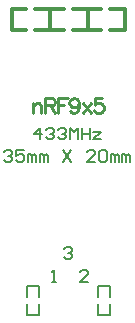
<source format=gto>
*%FSLAX24Y24*%
*%MOIN*%
G01*
%ADD11C,0.0050*%
%ADD12C,0.0060*%
%ADD13C,0.0073*%
%ADD14C,0.0079*%
%ADD15C,0.0100*%
%ADD16C,0.0120*%
%ADD17C,0.0200*%
%ADD18C,0.0360*%
%ADD19C,0.0400*%
%ADD20C,0.0460*%
%ADD21C,0.0600*%
%ADD22R,0.0300X0.0300*%
%ADD23R,0.0400X0.0400*%
D11*
X18181Y11600D02*
Y11950D01*
X17781D02*
Y11600D01*
Y11350D02*
Y11000D01*
X18181D02*
Y11350D01*
Y11950D02*
X17781D01*
Y11000D02*
X18181D01*
X15819Y11600D02*
Y11950D01*
X15419D02*
Y11600D01*
Y11350D02*
Y11000D01*
X15819D02*
Y11350D01*
Y11950D02*
X15419D01*
Y11000D02*
X15819D01*
D12*
X16650Y13181D02*
X16717Y13247D01*
X16850D01*
X16917Y13181D01*
Y13114D01*
X16918D01*
X16917D02*
X16918D01*
X16917D02*
X16918D01*
X16917D02*
X16850Y13047D01*
X16783D01*
X16850D01*
X16917Y12981D01*
Y12914D01*
X16850Y12848D01*
X16717D01*
X16650Y12914D01*
X17200Y12098D02*
X17467D01*
X17200D02*
X17467Y12364D01*
Y12431D01*
X17400Y12497D01*
X17267D01*
X17200Y12431D01*
X16383Y12098D02*
X16250D01*
X16317D02*
X16383D01*
X16317D02*
Y12497D01*
X16318D01*
X16317D02*
X16250Y12431D01*
D14*
X15862Y16837D02*
Y17230D01*
X15665Y17033D01*
X15928D01*
X16059Y17165D02*
X16124Y17230D01*
X16256D01*
X16321Y17165D01*
Y17099D01*
X16322D01*
X16321D02*
X16322D01*
X16321D02*
X16322D01*
X16321D02*
X16256Y17033D01*
X16190D01*
X16256D01*
X16321Y16968D01*
Y16902D01*
X16256Y16837D01*
X16124D01*
X16059Y16902D01*
X16452Y17165D02*
X16518Y17230D01*
X16649D01*
X16715Y17165D01*
Y17099D01*
X16716D01*
X16715D02*
X16716D01*
X16715D02*
X16716D01*
X16715D02*
X16649Y17033D01*
X16584D01*
X16649D01*
X16715Y16968D01*
Y16902D01*
X16649Y16837D01*
X16518D01*
X16452Y16902D01*
X16846Y16837D02*
Y17230D01*
X16977Y17099D01*
X17108Y17230D01*
Y16837D01*
X17240D02*
Y17230D01*
Y17033D02*
Y16837D01*
Y17033D02*
X17502D01*
Y17230D01*
Y16837D01*
X17633Y17099D02*
X17896D01*
X17633Y16837D01*
X17896D01*
X14731Y16480D02*
X14665Y16415D01*
X14731Y16480D02*
X14862D01*
X14928Y16415D01*
Y16349D01*
X14929D01*
X14928D02*
X14929D01*
X14928D02*
X14929D01*
X14928D02*
X14862Y16283D01*
X14796D01*
X14862D01*
X14928Y16218D01*
Y16152D01*
X14862Y16087D01*
X14731D01*
X14665Y16152D01*
X15059Y16480D02*
X15321D01*
X15059D02*
Y16283D01*
X15190Y16349D01*
X15256D01*
X15321Y16283D01*
Y16152D01*
X15256Y16087D01*
X15124D01*
X15059Y16152D01*
X15452Y16087D02*
Y16349D01*
X15518D01*
X15584Y16283D01*
Y16087D01*
Y16283D01*
X15649Y16349D01*
X15715Y16283D01*
Y16087D01*
X15846D02*
Y16349D01*
X15912D01*
X15977Y16283D01*
Y16087D01*
Y16283D01*
X16043Y16349D01*
X16108Y16283D01*
Y16087D01*
X16633Y16480D02*
X16896Y16087D01*
X16633D02*
X16896Y16480D01*
X17420Y16087D02*
X17683D01*
X17420D02*
X17683Y16349D01*
Y16415D01*
X17617Y16480D01*
X17486D01*
X17420Y16415D01*
X17814D02*
X17879Y16480D01*
X18011D01*
X18076Y16415D01*
Y16152D01*
X18011Y16087D01*
X17879D01*
X17814Y16152D01*
Y16415D01*
X18207Y16349D02*
Y16087D01*
Y16349D02*
X18273D01*
X18339Y16283D01*
Y16087D01*
Y16283D01*
X18404Y16349D01*
X18470Y16283D01*
Y16087D01*
X18601D02*
Y16349D01*
X18667D01*
X18732Y16283D01*
Y16087D01*
Y16283D01*
X18798Y16349D01*
X18863Y16283D01*
Y16087D01*
D15*
X15630Y17711D02*
Y18045D01*
X15701Y18021D02*
X15630Y17949D01*
X15701Y18021D02*
X15749Y18045D01*
X15820D01*
X15868Y18021D01*
X15892Y17949D01*
Y17711D01*
X16023D02*
Y18211D01*
X16237D01*
X16308Y18187D01*
X16332Y18164D01*
X16356Y18116D01*
Y18068D01*
X16332Y18021D01*
X16308Y17997D01*
X16237Y17973D01*
X16023D01*
X16189D02*
X16356Y17711D01*
X16468D02*
Y18211D01*
X16777D01*
X16658Y17973D02*
X16468D01*
X17120D02*
X17144Y18045D01*
X17120Y17973D02*
X17072Y17926D01*
X17001Y17902D01*
X16977D01*
X16906Y17926D01*
X16858Y17973D01*
X16834Y18045D01*
Y18068D01*
X16858Y18140D01*
X16906Y18187D01*
X16977Y18211D01*
X17001D01*
X17072Y18187D01*
X17120Y18140D01*
X17144Y18045D01*
Y17926D01*
X17120Y17807D01*
X17072Y17735D01*
X17001Y17711D01*
X16953D01*
X16882Y17735D01*
X16858Y17783D01*
X17280Y18045D02*
X17541Y17711D01*
X17280D02*
X17541Y18045D01*
X17694Y18211D02*
X17932D01*
X17694D02*
X17670Y17997D01*
X17694Y18021D01*
X17765Y18045D01*
X17837D01*
X17908Y18021D01*
X17956Y17973D01*
X17979Y17902D01*
Y17854D01*
X17956Y17783D01*
X17908Y17735D01*
X17837Y17711D01*
X17765D01*
X17694Y17735D01*
X17670Y17759D01*
X17646Y17807D01*
D16*
X15382Y21178D02*
X14932D01*
Y20478D02*
X15382D01*
X15682D02*
X16182D01*
Y21178D02*
X15682D01*
X14932D02*
Y20478D01*
X16182D02*
Y21178D01*
X17442Y21178D02*
X17892D01*
Y20478D02*
X17442D01*
X18192D02*
X18692D01*
Y21178D02*
X18192D01*
X17442D02*
Y20478D01*
X18692D02*
Y21178D01*
X17440Y21178D02*
Y20478D01*
X16190D02*
Y21178D01*
X16940D02*
X17440D01*
Y20478D02*
X16940D01*
X16640D02*
X16190D01*
Y21178D02*
X16640D01*
D02*
M02*

</source>
